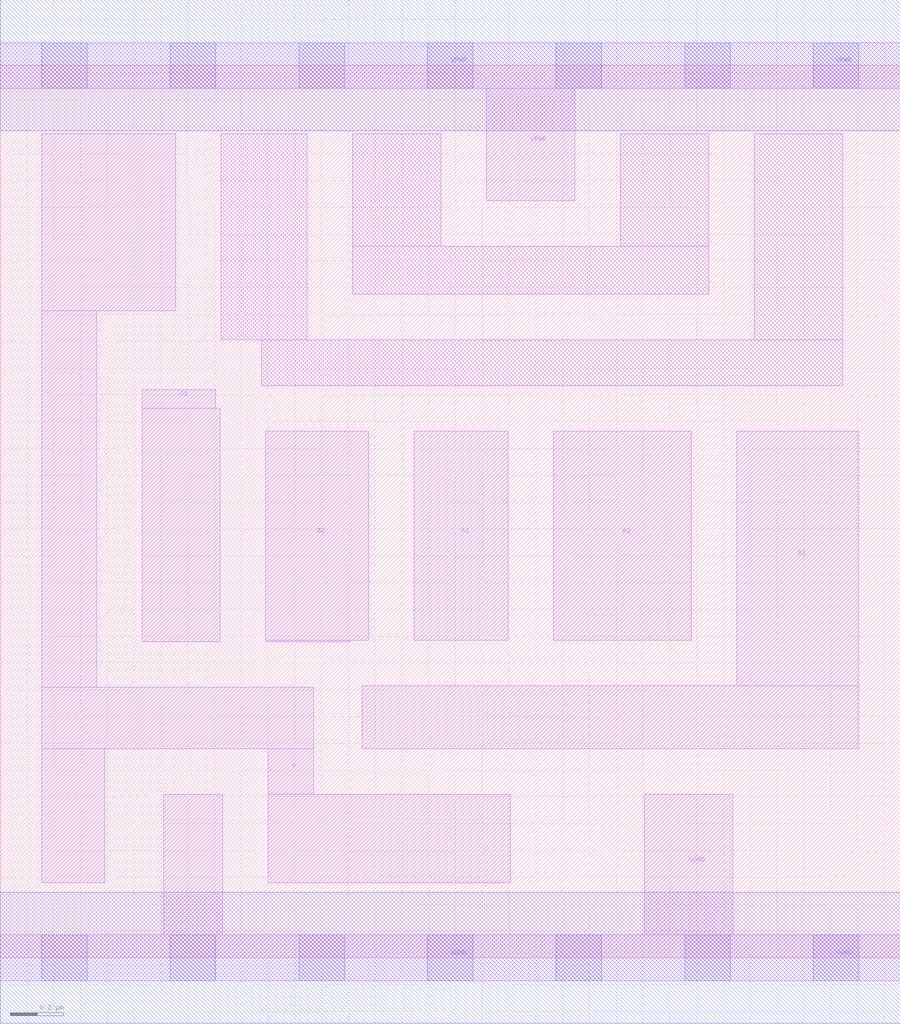
<source format=lef>
# Copyright 2020 The SkyWater PDK Authors
#
# Licensed under the Apache License, Version 2.0 (the "License");
# you may not use this file except in compliance with the License.
# You may obtain a copy of the License at
#
#     https://www.apache.org/licenses/LICENSE-2.0
#
# Unless required by applicable law or agreed to in writing, software
# distributed under the License is distributed on an "AS IS" BASIS,
# WITHOUT WARRANTIES OR CONDITIONS OF ANY KIND, either express or implied.
# See the License for the specific language governing permissions and
# limitations under the License.
#
# SPDX-License-Identifier: Apache-2.0

VERSION 5.7 ;
  NAMESCASESENSITIVE ON ;
  NOWIREEXTENSIONATPIN ON ;
  DIVIDERCHAR "/" ;
  BUSBITCHARS "[]" ;
UNITS
  DATABASE MICRONS 200 ;
END UNITS
MACRO sky130_fd_sc_lp__a221oi_0
  CLASS CORE ;
  SOURCE USER ;
  FOREIGN sky130_fd_sc_lp__a221oi_0 ;
  ORIGIN  0.000000  0.000000 ;
  SIZE  3.360000 BY  3.330000 ;
  SYMMETRY X Y R90 ;
  SITE unit ;
  PIN A1
    ANTENNAGATEAREA  0.159000 ;
    DIRECTION INPUT ;
    USE SIGNAL ;
    PORT
      LAYER li1 ;
        RECT 1.545000 1.185000 1.895000 1.965000 ;
    END
  END A1
  PIN A2
    ANTENNAGATEAREA  0.159000 ;
    DIRECTION INPUT ;
    USE SIGNAL ;
    PORT
      LAYER li1 ;
        RECT 2.065000 1.185000 2.580000 1.965000 ;
    END
  END A2
  PIN B1
    ANTENNAGATEAREA  0.159000 ;
    DIRECTION INPUT ;
    USE SIGNAL ;
    PORT
      LAYER li1 ;
        RECT 1.350000 0.780000 3.205000 1.015000 ;
        RECT 2.750000 1.015000 3.205000 1.965000 ;
    END
  END B1
  PIN B2
    ANTENNAGATEAREA  0.159000 ;
    DIRECTION INPUT ;
    USE SIGNAL ;
    PORT
      LAYER li1 ;
        RECT 0.990000 1.180000 1.305000 1.185000 ;
        RECT 0.990000 1.185000 1.375000 1.965000 ;
    END
  END B2
  PIN C1
    ANTENNAGATEAREA  0.159000 ;
    DIRECTION INPUT ;
    USE SIGNAL ;
    PORT
      LAYER li1 ;
        RECT 0.530000 1.180000 0.820000 2.050000 ;
        RECT 0.530000 2.050000 0.805000 2.120000 ;
    END
  END C1
  PIN Y
    ANTENNADIFFAREA  0.432100 ;
    DIRECTION OUTPUT ;
    USE SIGNAL ;
    PORT
      LAYER li1 ;
        RECT 0.155000 0.280000 0.390000 0.780000 ;
        RECT 0.155000 0.780000 1.170000 1.010000 ;
        RECT 0.155000 1.010000 0.360000 2.415000 ;
        RECT 0.155000 2.415000 0.655000 3.075000 ;
        RECT 1.000000 0.280000 1.905000 0.610000 ;
        RECT 1.000000 0.610000 1.170000 0.780000 ;
    END
  END Y
  PIN VGND
    DIRECTION INOUT ;
    USE GROUND ;
    PORT
      LAYER li1 ;
        RECT 0.000000 -0.085000 3.360000 0.085000 ;
        RECT 0.610000  0.085000 0.830000 0.610000 ;
        RECT 2.405000  0.085000 2.735000 0.610000 ;
      LAYER mcon ;
        RECT 0.155000 -0.085000 0.325000 0.085000 ;
        RECT 0.635000 -0.085000 0.805000 0.085000 ;
        RECT 1.115000 -0.085000 1.285000 0.085000 ;
        RECT 1.595000 -0.085000 1.765000 0.085000 ;
        RECT 2.075000 -0.085000 2.245000 0.085000 ;
        RECT 2.555000 -0.085000 2.725000 0.085000 ;
        RECT 3.035000 -0.085000 3.205000 0.085000 ;
      LAYER met1 ;
        RECT 0.000000 -0.245000 3.360000 0.245000 ;
    END
  END VGND
  PIN VPWR
    DIRECTION INOUT ;
    USE POWER ;
    PORT
      LAYER li1 ;
        RECT 0.000000 3.245000 3.360000 3.415000 ;
        RECT 1.815000 2.825000 2.145000 3.245000 ;
      LAYER mcon ;
        RECT 0.155000 3.245000 0.325000 3.415000 ;
        RECT 0.635000 3.245000 0.805000 3.415000 ;
        RECT 1.115000 3.245000 1.285000 3.415000 ;
        RECT 1.595000 3.245000 1.765000 3.415000 ;
        RECT 2.075000 3.245000 2.245000 3.415000 ;
        RECT 2.555000 3.245000 2.725000 3.415000 ;
        RECT 3.035000 3.245000 3.205000 3.415000 ;
      LAYER met1 ;
        RECT 0.000000 3.085000 3.360000 3.575000 ;
    END
  END VPWR
  OBS
    LAYER li1 ;
      RECT 0.825000 2.305000 1.145000 3.075000 ;
      RECT 0.975000 2.135000 3.145000 2.305000 ;
      RECT 1.315000 2.475000 2.645000 2.655000 ;
      RECT 1.315000 2.655000 1.645000 3.075000 ;
      RECT 2.315000 2.655000 2.645000 3.075000 ;
      RECT 2.815000 2.305000 3.145000 3.075000 ;
  END
END sky130_fd_sc_lp__a221oi_0

</source>
